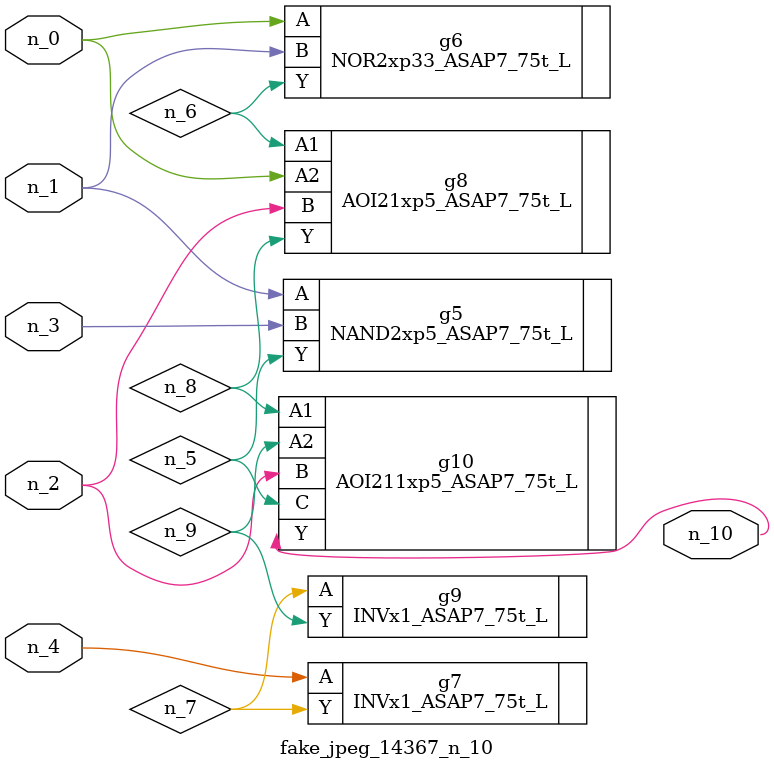
<source format=v>
module fake_jpeg_14367_n_10 (n_3, n_2, n_1, n_0, n_4, n_10);

input n_3;
input n_2;
input n_1;
input n_0;
input n_4;

output n_10;

wire n_8;
wire n_9;
wire n_6;
wire n_5;
wire n_7;

NAND2xp5_ASAP7_75t_L g5 ( 
.A(n_1),
.B(n_3),
.Y(n_5)
);

NOR2xp33_ASAP7_75t_L g6 ( 
.A(n_0),
.B(n_1),
.Y(n_6)
);

INVx1_ASAP7_75t_L g7 ( 
.A(n_4),
.Y(n_7)
);

AOI21xp5_ASAP7_75t_L g8 ( 
.A1(n_6),
.A2(n_0),
.B(n_2),
.Y(n_8)
);

AOI211xp5_ASAP7_75t_L g10 ( 
.A1(n_8),
.A2(n_9),
.B(n_2),
.C(n_5),
.Y(n_10)
);

INVx1_ASAP7_75t_L g9 ( 
.A(n_7),
.Y(n_9)
);


endmodule
</source>
